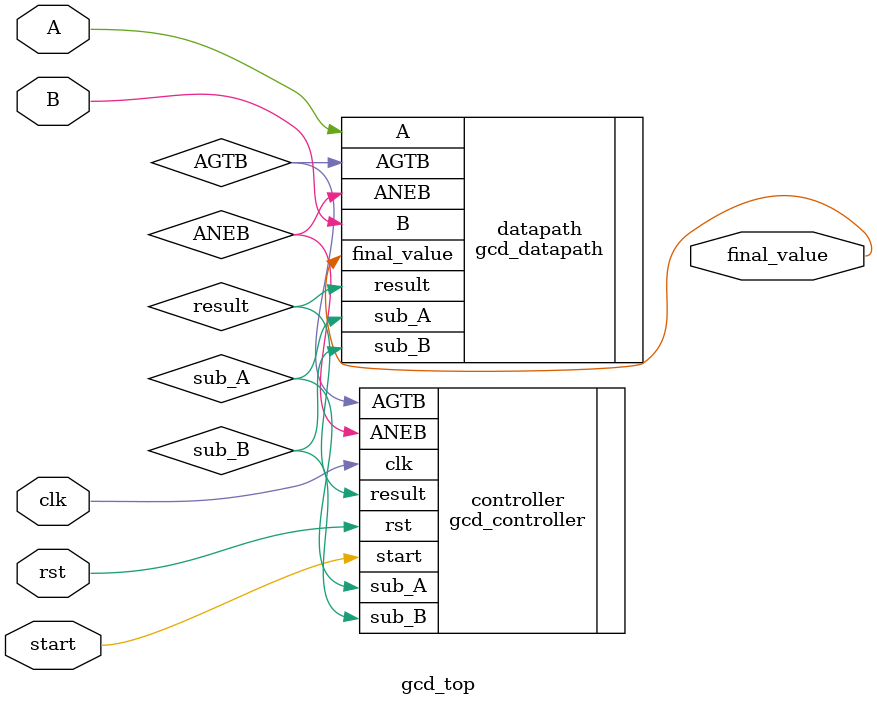
<source format=v>
module gcd_top #(parameter WIDTH = 1)(
    input clk,
    input rst, //reset
    input start,
    input [WIDTH - 1 : 0] A, //input 1
    input [WIDTH - 1 : 0] B, //input 2
    output [WIDTH - 1 : 0] final_value //output value
);

wire result;
wire sub_A;
wire sub_B;
wire ANEB;
wire AGTB;


gcd_datapath #(.WIDTH(WIDTH)) datapath (
    .result(result),
    .A(A),
    .B(B),
    .sub_A(sub_A),
    .sub_B(sub_B),
    .final_value(final_value),
    .ANEB(ANEB),
    .AGTB(AGTB)
);

gcd_controller controller (
    .start(start),
    .result(result),
    .clk(clk),
    .rst(rst),
    .sub_A(sub_A),
    .sub_B(sub_B),
    .ANEB(ANEB),
    .AGTB(AGTB)
);

endmodule
</source>
